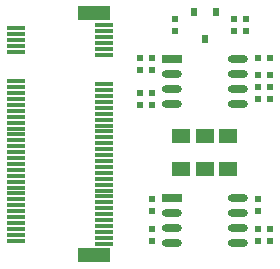
<source format=gtp>
G04*
G04 #@! TF.GenerationSoftware,Altium Limited,Altium Designer,18.1.7 (191)*
G04*
G04 Layer_Color=8421504*
%FSLAX44Y44*%
%MOMM*%
G71*
G01*
G75*
%ADD14R,1.5500X0.3000*%
%ADD15R,2.7500X1.2000*%
%ADD16R,1.5000X1.2000*%
%ADD17R,0.6000X0.6000*%
%ADD18O,1.7000X0.6500*%
%ADD19R,1.7000X0.6500*%
%ADD20R,0.6000X0.6000*%
%ADD21R,0.5500X0.8000*%
D14*
X1820000Y1317500D02*
D03*
Y1432500D02*
D03*
Y1427500D02*
D03*
Y1422500D02*
D03*
Y1417500D02*
D03*
Y1412500D02*
D03*
Y1407500D02*
D03*
Y1377500D02*
D03*
Y1372500D02*
D03*
Y1367500D02*
D03*
Y1362500D02*
D03*
Y1357500D02*
D03*
Y1352500D02*
D03*
Y1347500D02*
D03*
Y1342500D02*
D03*
Y1337500D02*
D03*
Y1332500D02*
D03*
Y1327500D02*
D03*
X1745000Y1280000D02*
D03*
Y1425000D02*
D03*
Y1430000D02*
D03*
Y1415000D02*
D03*
Y1410000D02*
D03*
X1744998Y1385000D02*
D03*
Y1365000D02*
D03*
X1744999Y1375000D02*
D03*
X1744998Y1370000D02*
D03*
X1745000Y1345000D02*
D03*
X1744999Y1355000D02*
D03*
X1744998Y1350000D02*
D03*
X1745000Y1325000D02*
D03*
Y1335000D02*
D03*
Y1330000D02*
D03*
Y1305000D02*
D03*
Y1315000D02*
D03*
Y1310000D02*
D03*
X1744998Y1360000D02*
D03*
Y1380000D02*
D03*
X1745000Y1420000D02*
D03*
Y1320000D02*
D03*
Y1340000D02*
D03*
X1820000Y1312500D02*
D03*
Y1382500D02*
D03*
Y1322500D02*
D03*
X1745000Y1295000D02*
D03*
Y1290000D02*
D03*
Y1285000D02*
D03*
Y1300000D02*
D03*
X1820000Y1307500D02*
D03*
Y1302500D02*
D03*
Y1297500D02*
D03*
Y1292500D02*
D03*
Y1287500D02*
D03*
Y1282500D02*
D03*
Y1277500D02*
D03*
Y1272500D02*
D03*
Y1267500D02*
D03*
Y1262500D02*
D03*
Y1257500D02*
D03*
X1745000Y1275000D02*
D03*
Y1270000D02*
D03*
Y1265000D02*
D03*
Y1260000D02*
D03*
Y1255000D02*
D03*
X1820000Y1252500D02*
D03*
Y1247500D02*
D03*
X1745000Y1250000D02*
D03*
D15*
X1811500Y1442500D02*
D03*
Y1237500D02*
D03*
D16*
X1925000Y1311046D02*
D03*
Y1338954D02*
D03*
X1905000Y1311046D02*
D03*
Y1338954D02*
D03*
X1885000Y1311046D02*
D03*
Y1338954D02*
D03*
D17*
X1960000Y1249920D02*
D03*
Y1260080D02*
D03*
X1860000D02*
D03*
Y1249920D02*
D03*
Y1285080D02*
D03*
Y1274920D02*
D03*
X1950000Y1249920D02*
D03*
Y1260080D02*
D03*
Y1285080D02*
D03*
Y1274920D02*
D03*
X1940000Y1427420D02*
D03*
Y1437580D02*
D03*
X1950000Y1379920D02*
D03*
Y1390080D02*
D03*
X1960000Y1390080D02*
D03*
Y1379920D02*
D03*
X1850000Y1394920D02*
D03*
Y1405080D02*
D03*
Y1375080D02*
D03*
Y1364920D02*
D03*
X1860000Y1405080D02*
D03*
Y1394920D02*
D03*
X1860000Y1375080D02*
D03*
Y1364920D02*
D03*
X1930000Y1437580D02*
D03*
Y1427420D02*
D03*
X1880000D02*
D03*
Y1437580D02*
D03*
D18*
X1933000Y1248400D02*
D03*
Y1261100D02*
D03*
Y1273800D02*
D03*
Y1286500D02*
D03*
X1877000Y1248400D02*
D03*
Y1261100D02*
D03*
Y1273800D02*
D03*
X1933000Y1365900D02*
D03*
Y1378600D02*
D03*
Y1391300D02*
D03*
Y1404000D02*
D03*
X1877000Y1365900D02*
D03*
Y1378600D02*
D03*
Y1391300D02*
D03*
D19*
Y1286500D02*
D03*
Y1404000D02*
D03*
D20*
X1949920Y1405000D02*
D03*
X1960080D02*
D03*
X1949920Y1370000D02*
D03*
X1960080D02*
D03*
D21*
X1914500Y1444000D02*
D03*
X1895500D02*
D03*
X1905000Y1421000D02*
D03*
M02*

</source>
